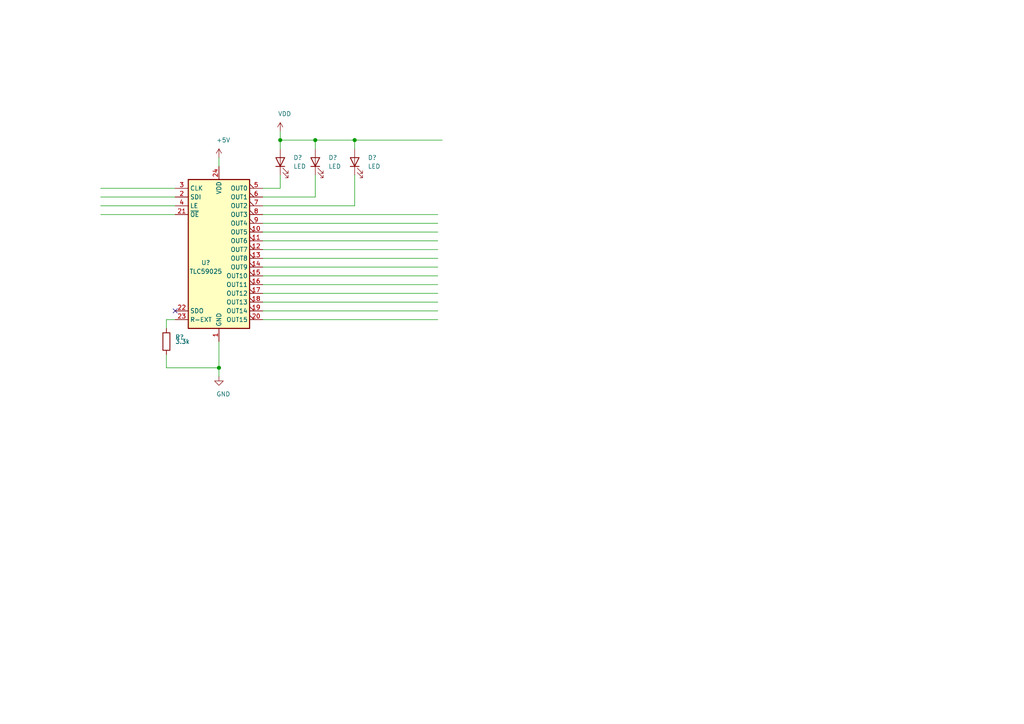
<source format=kicad_sch>
(kicad_sch (version 20200714) (host eeschema "5.99.0-unknown-829316fad~102~ubuntu20.04.1")
  (page 1 1)
  (paper "A4")
  (lib_symbols
    (symbol "Device:LED" (pin_numbers hide) (pin_names hide)
      (property "Reference" "D" (at 0 2.54 0))
      (property "Value" "LED" (at 0 -2.54 0))
      (symbol "LED_0_1"
        (polyline (pts (xy -1.27 -1.27) (xy -1.27 1.27)) (stroke (width 0.254)))
        (polyline (pts (xy -1.27 0) (xy 1.27 0)))
        (polyline (pts (xy 1.27 -1.27) (xy 1.27 1.27) (xy -1.27 0) (xy 1.27 -1.27)) (stroke (width 0.254)))
        (polyline (pts (xy -3.048 -0.762) (xy -4.572 -2.286) (xy -3.81 -2.286) (xy -4.572 -2.286) (xy -4.572 -1.524)))
        (polyline (pts (xy -1.778 -0.762) (xy -3.302 -2.286) (xy -2.54 -2.286) (xy -3.302 -2.286) (xy -3.302 -1.524)))
      )
      (symbol "LED_1_1"
        (pin passive line (at -3.81 0 0) (length 2.54) (name "K") (number "1"))
        (pin passive line (at 3.81 0 180) (length 2.54) (name "A") (number "2"))
      )
    )
    (symbol "Device:R" (pin_numbers hide) (pin_names (offset 0))
      (property "Reference" "R" (at 2.032 0 90))
      (property "Value" "R" (at 0 0 90))
      (symbol "R_0_1"
        (rectangle (start -1.016 -2.54) (end 1.016 2.54) (stroke (width 0.254)))
      )
      (symbol "R_1_1"
        (pin passive line (at 0 3.81 270) (length 1.27) (name "~") (number "1"))
        (pin passive line (at 0 -3.81 90) (length 1.27) (name "~") (number "2"))
      )
    )
    (symbol "gkl_misc:TLC59025"
      (property "Reference" "U" (at 6.35 24.13 0))
      (property "Value" "TLC59025" (at 6.35 21.59 0))
      (symbol "TLC59025_0_1"
        (rectangle (start -8.89 19.05) (end 8.89 -24.13) (stroke (width 0.3302)) (fill (type background)))
      )
      (symbol "TLC59025_1_1"
        (pin input line (at 0 -27.94 90) (length 3.81) (name "GND") (number "1"))
        (pin output output_low (at 12.7 3.81 180) (length 3.81) (name "OUT5") (number "10"))
        (pin output output_low (at 12.7 1.27 180) (length 3.81) (name "OUT6") (number "11"))
        (pin output output_low (at 12.7 -1.27 180) (length 3.81) (name "OUT7") (number "12"))
        (pin output output_low (at 12.7 -3.81 180) (length 3.81) (name "OUT8") (number "13"))
        (pin output output_low (at 12.7 -6.35 180) (length 3.81) (name "OUT9") (number "14"))
        (pin output output_low (at 12.7 -8.89 180) (length 3.81) (name "OUT10") (number "15"))
        (pin output output_low (at 12.7 -11.43 180) (length 3.81) (name "OUT11") (number "16"))
        (pin output output_low (at 12.7 -13.97 180) (length 3.81) (name "OUT12") (number "17"))
        (pin output output_low (at 12.7 -16.51 180) (length 3.81) (name "OUT13") (number "18"))
        (pin output output_low (at 12.7 -19.05 180) (length 3.81) (name "OUT14") (number "19"))
        (pin input line (at -12.7 13.97 0) (length 3.81) (name "SDI") (number "2"))
        (pin output output_low (at 12.7 -21.59 180) (length 3.81) (name "OUT15") (number "20"))
        (pin input line (at -12.7 8.89 0) (length 3.81) (name "~OE") (number "21"))
        (pin output line (at -12.7 -19.05 0) (length 3.81) (name "SDO") (number "22"))
        (pin input line (at -12.7 -21.59 0) (length 3.81) (name "R-EXT") (number "23"))
        (pin output line (at 0 22.86 270) (length 3.81) (name "VDD") (number "24"))
        (pin input line (at -12.7 16.51 0) (length 3.81) (name "CLK") (number "3"))
        (pin input line (at -12.7 11.43 0) (length 3.81) (name "LE") (number "4"))
        (pin output output_low (at 12.7 16.51 180) (length 3.81) (name "OUT0") (number "5"))
        (pin output output_low (at 12.7 13.97 180) (length 3.81) (name "OUT1") (number "6"))
        (pin output output_low (at 12.7 11.43 180) (length 3.81) (name "OUT2") (number "7"))
        (pin output output_low (at 12.7 8.89 180) (length 3.81) (name "OUT3") (number "8"))
        (pin output output_low (at 12.7 6.35 180) (length 3.81) (name "OUT4") (number "9"))
      )
    )
    (symbol "power:+5V" (power) (pin_names (offset 0))
      (property "Value" "+5V" (at 0 3.556 0))
      (symbol "+5V_0_1"
        (polyline (pts (xy -0.762 1.27) (xy 0 2.54)))
        (polyline (pts (xy 0 0) (xy 0 2.54)))
        (polyline (pts (xy 0 2.54) (xy 0.762 1.27)))
      )
      (symbol "+5V_1_1"
        (pin power_in line (at 0 0 90) (length 0) hide (name "+5V") (number "1"))
      )
    )
    (symbol "power:GND" (power) (pin_names (offset 0))
      (property "Value" "GND" (at 0 -3.81 0))
      (symbol "GND_0_1"
        (polyline (pts (xy 0 0) (xy 0 -1.27) (xy 1.27 -1.27) (xy 0 -2.54) (xy -1.27 -1.27) (xy 0 -1.27)))
      )
      (symbol "GND_1_1"
        (pin power_in line (at 0 0 270) (length 0) hide (name "GND") (number "1"))
      )
    )
    (symbol "power:VDD" (power) (pin_names (offset 0))
      (property "Value" "VDD" (at 0 3.81 0))
      (symbol "VDD_0_1"
        (polyline (pts (xy -0.762 1.27) (xy 0 2.54)))
        (polyline (pts (xy 0 0) (xy 0 2.54)))
        (polyline (pts (xy 0 2.54) (xy 0.762 1.27)))
      )
      (symbol "VDD_1_1"
        (pin power_in line (at 0 0 90) (length 0) hide (name "VDD") (number "1"))
      )
    )
  )
  (junction (at 63.5 106.68) (diameter 1.016))
  (junction (at 81.28 40.64) (diameter 1.016))
  (junction (at 91.44 40.64) (diameter 1.016))
  (junction (at 102.87 40.64) (diameter 1.016))
  (no_connect (at 50.8 90.17))
  (wire (pts (xy 29.21 54.61) (xy 50.8 54.61)))
  (wire (pts (xy 29.21 57.15) (xy 50.8 57.15)))
  (wire (pts (xy 29.21 59.69) (xy 50.8 59.69)))
  (wire (pts (xy 29.21 62.23) (xy 50.8 62.23)))
  (wire (pts (xy 48.26 92.71) (xy 50.8 92.71)))
  (wire (pts (xy 48.26 95.25) (xy 48.26 92.71)))
  (wire (pts (xy 48.26 102.87) (xy 48.26 106.68)))
  (wire (pts (xy 48.26 106.68) (xy 63.5 106.68)))
  (wire (pts (xy 63.5 45.72) (xy 63.5 48.26)))
  (wire (pts (xy 63.5 99.06) (xy 63.5 106.68)))
  (wire (pts (xy 63.5 106.68) (xy 63.5 109.22)))
  (wire (pts (xy 76.2 54.61) (xy 81.28 54.61)))
  (wire (pts (xy 76.2 57.15) (xy 91.44 57.15)))
  (wire (pts (xy 76.2 59.69) (xy 102.87 59.69)))
  (wire (pts (xy 76.2 62.23) (xy 127 62.23)))
  (wire (pts (xy 76.2 64.77) (xy 127 64.77)))
  (wire (pts (xy 76.2 67.31) (xy 127 67.31)))
  (wire (pts (xy 76.2 69.85) (xy 127 69.85)))
  (wire (pts (xy 76.2 72.39) (xy 127 72.39)))
  (wire (pts (xy 76.2 74.93) (xy 127 74.93)))
  (wire (pts (xy 76.2 77.47) (xy 127 77.47)))
  (wire (pts (xy 76.2 80.01) (xy 127 80.01)))
  (wire (pts (xy 76.2 82.55) (xy 127 82.55)))
  (wire (pts (xy 76.2 85.09) (xy 127 85.09)))
  (wire (pts (xy 76.2 87.63) (xy 127 87.63)))
  (wire (pts (xy 76.2 90.17) (xy 127 90.17)))
  (wire (pts (xy 76.2 92.71) (xy 127 92.71)))
  (wire (pts (xy 81.28 38.1) (xy 81.28 40.64)))
  (wire (pts (xy 81.28 40.64) (xy 91.44 40.64)))
  (wire (pts (xy 81.28 43.18) (xy 81.28 40.64)))
  (wire (pts (xy 81.28 54.61) (xy 81.28 50.8)))
  (wire (pts (xy 91.44 40.64) (xy 91.44 43.18)))
  (wire (pts (xy 91.44 40.64) (xy 102.87 40.64)))
  (wire (pts (xy 91.44 57.15) (xy 91.44 50.8)))
  (wire (pts (xy 102.87 40.64) (xy 102.87 43.18)))
  (wire (pts (xy 102.87 40.64) (xy 128.27 40.64)))
  (wire (pts (xy 102.87 59.69) (xy 102.87 50.8)))
  (symbol (lib_id "power:+5V") (at 63.5 45.72 0) (unit 1)
    (property "Reference" "#PWR?" (effects hide))
    (property "Value" "+5V" (at 64.77 40.64 0))
  )
  (symbol (lib_id "power:VDD") (at 81.28 38.1 0) (unit 1)
    (property "Reference" "#PWR?" (effects hide))
    (property "Value" "VDD" (at 82.55 33.02 0))
  )
  (symbol (lib_id "power:GND") (at 63.5 109.22 0) (unit 1)
    (property "Reference" "#PWR?" (effects hide))
    (property "Value" "GND" (at 64.77 114.3 0))
  )
  (symbol (lib_id "Device:R") (at 48.26 99.06 0) (unit 1)
    (property "Reference" "R?" (at 50.8 97.79 0) (effects (justify left)))
    (property "Value" "3.3k" (at 50.8 99.06 0) (effects (justify left)))
  )
  (symbol (lib_id "Device:LED") (at 81.28 46.99 90) (unit 1)
    (property "Reference" "D?" (at 85.09 45.72 90) (effects (justify right)))
    (property "Value" "LED" (at 85.09 48.26 90) (effects (justify right)))
  )
  (symbol (lib_id "Device:LED") (at 91.44 46.99 90) (unit 1)
    (property "Reference" "D?" (at 95.25 45.72 90) (effects (justify right)))
    (property "Value" "LED" (at 95.25 48.26 90) (effects (justify right)))
  )
  (symbol (lib_id "Device:LED") (at 102.87 46.99 90) (unit 1)
    (property "Reference" "D?" (at 106.68 45.72 90) (effects (justify right)))
    (property "Value" "LED" (at 106.68 48.26 90) (effects (justify right)))
  )
  (symbol (lib_id "gkl_misc:TLC59025") (at 63.5 71.12 0) (unit 1)
    (property "Reference" "U?" (at 59.69 76.2 0))
    (property "Value" "TLC59025" (at 59.69 78.74 0))
  )
)
</source>
